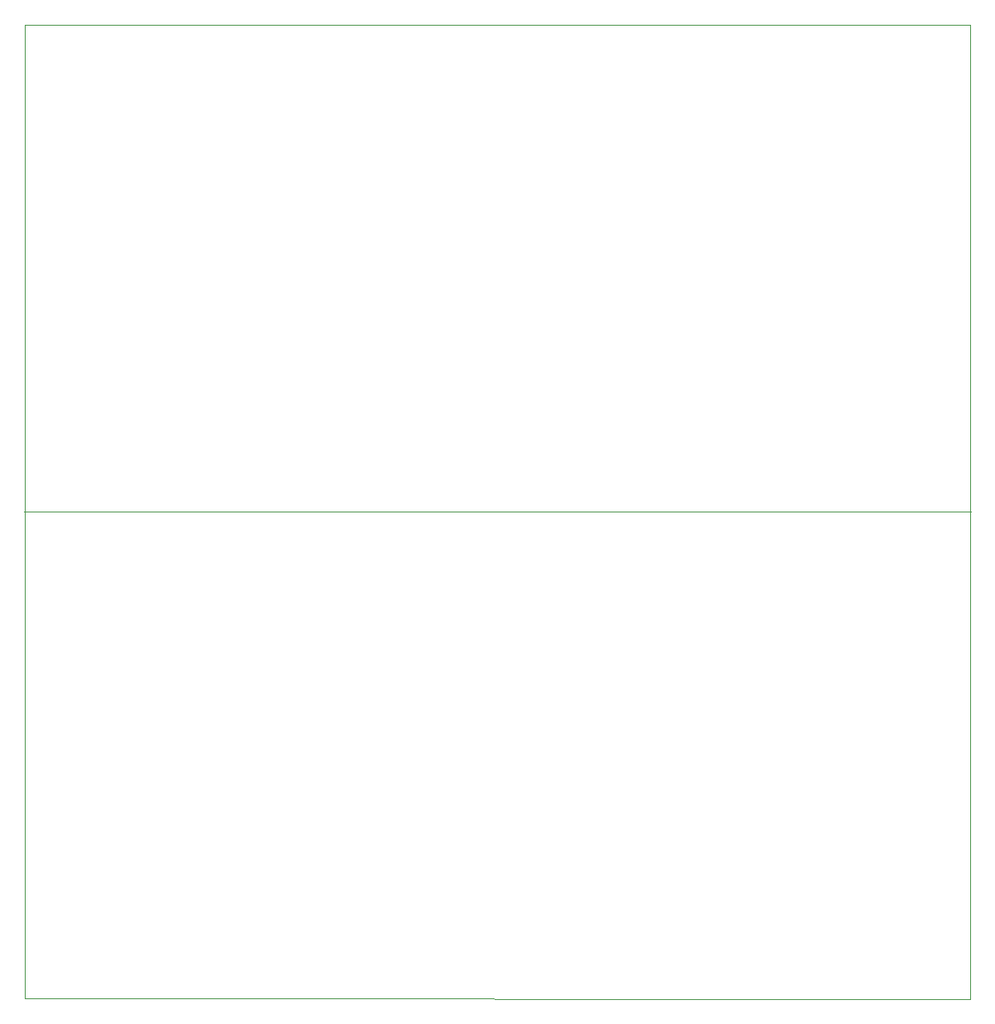
<source format=gbr>
%TF.GenerationSoftware,KiCad,Pcbnew,(6.0.11)*%
%TF.CreationDate,2023-10-15T10:12:36-04:00*%
%TF.ProjectId,MaxDuino_R1.4_Panelized,4d617844-7569-46e6-9f5f-52312e345f50,1.4*%
%TF.SameCoordinates,Original*%
%TF.FileFunction,Profile,NP*%
%FSLAX46Y46*%
G04 Gerber Fmt 4.6, Leading zero omitted, Abs format (unit mm)*
G04 Created by KiCad (PCBNEW (6.0.11)) date 2023-10-15 10:12:36*
%MOMM*%
%LPD*%
G01*
G04 APERTURE LIST*
%TA.AperFunction,Profile*%
%ADD10C,0.050000*%
%TD*%
%TA.AperFunction,Profile*%
%ADD11C,0.100000*%
%TD*%
G04 APERTURE END LIST*
D10*
X111926400Y-64840000D02*
X14949200Y-64790000D01*
D11*
X61910000Y-64840000D02*
X52807500Y-64840000D01*
X74012500Y-64840000D02*
X64910000Y-64840000D01*
X28602500Y-64797024D02*
X27102500Y-64796250D01*
X111770000Y-15000000D02*
X15050000Y-15000000D01*
X15000000Y-64790000D02*
X25602500Y-64795475D01*
X64910000Y-64840000D02*
X64910000Y-64815774D01*
X49807500Y-64840000D02*
X40705000Y-64840000D01*
X15000000Y-114620000D02*
X111820000Y-114670000D01*
X15050000Y-64840000D02*
X15000000Y-114620000D01*
X74012500Y-64820475D02*
X74012500Y-64840000D01*
X86115000Y-64826725D02*
X86115000Y-64840000D01*
X61910000Y-64814225D02*
X61910000Y-64840000D01*
X37705000Y-64840000D02*
X28602500Y-64840000D01*
X77012500Y-64840000D02*
X77012500Y-64822024D01*
X111820000Y-64840000D02*
X111770000Y-15000000D01*
X27102500Y-64796250D02*
X37705000Y-64801725D01*
X111820000Y-114670000D02*
X111770000Y-64840000D01*
X15050000Y-15000000D02*
X15000000Y-64790000D01*
X98217500Y-64840000D02*
X89115000Y-64840000D01*
X37705000Y-64801725D02*
X37705000Y-64840000D01*
X111770000Y-64840000D02*
X101217500Y-64840000D01*
X99717500Y-64833750D02*
X111820000Y-64840000D01*
X77012500Y-64822024D02*
X75512500Y-64821250D01*
X86115000Y-64840000D02*
X77012500Y-64840000D01*
X28602500Y-64840000D02*
X28602500Y-64797024D01*
X64910000Y-64815774D02*
X63410000Y-64815000D01*
X39205000Y-64802500D02*
X49807500Y-64807975D01*
X25602500Y-64795475D02*
X25602500Y-64840000D01*
X51307500Y-64808750D02*
X61910000Y-64814225D01*
X89115000Y-64828274D02*
X87615000Y-64827500D01*
X52807500Y-64840000D02*
X52807500Y-64809524D01*
X40705000Y-64803274D02*
X39205000Y-64802500D01*
X101217500Y-64840000D02*
X101217500Y-64834524D01*
X75512500Y-64821250D02*
X86115000Y-64826725D01*
X52807500Y-64809524D02*
X51307500Y-64808750D01*
X40705000Y-64840000D02*
X40705000Y-64803274D01*
X87615000Y-64827500D02*
X98217500Y-64832975D01*
X25602500Y-64840000D02*
X15050000Y-64840000D01*
X63410000Y-64815000D02*
X74012500Y-64820475D01*
X89115000Y-64840000D02*
X89115000Y-64828274D01*
X49807500Y-64807975D02*
X49807500Y-64840000D01*
X101217500Y-64834524D02*
X99717500Y-64833750D01*
X98217500Y-64832975D02*
X98217500Y-64840000D01*
M02*

</source>
